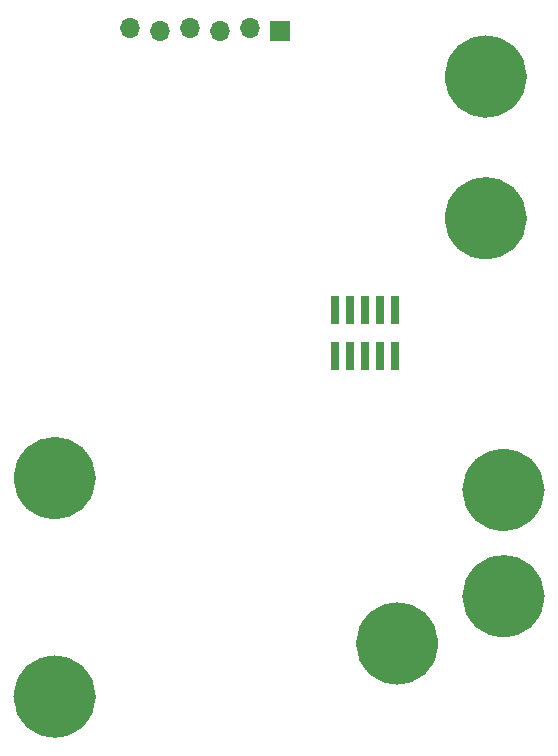
<source format=gbr>
G04 #@! TF.GenerationSoftware,KiCad,Pcbnew,9.0.0*
G04 #@! TF.CreationDate,2025-03-02T22:01:55-06:00*
G04 #@! TF.ProjectId,mobo,6d6f626f-2e6b-4696-9361-645f70636258,rev?*
G04 #@! TF.SameCoordinates,Original*
G04 #@! TF.FileFunction,Soldermask,Bot*
G04 #@! TF.FilePolarity,Negative*
%FSLAX46Y46*%
G04 Gerber Fmt 4.6, Leading zero omitted, Abs format (unit mm)*
G04 Created by KiCad (PCBNEW 9.0.0) date 2025-03-02 22:01:55*
%MOMM*%
%LPD*%
G01*
G04 APERTURE LIST*
%ADD10C,3.500000*%
%ADD11R,1.700000X1.700000*%
%ADD12O,1.700000X1.700000*%
%ADD13R,0.740000X2.400000*%
G04 APERTURE END LIST*
D10*
X111050000Y-69800000D02*
G75*
G02*
X107550000Y-69800000I-1750000J0D01*
G01*
X107550000Y-69800000D02*
G75*
G02*
X111050000Y-69800000I1750000J0D01*
G01*
X147550000Y-47800000D02*
G75*
G02*
X144050000Y-47800000I-1750000J0D01*
G01*
X144050000Y-47800000D02*
G75*
G02*
X147550000Y-47800000I1750000J0D01*
G01*
X111050000Y-88300000D02*
G75*
G02*
X107550000Y-88300000I-1750000J0D01*
G01*
X107550000Y-88300000D02*
G75*
G02*
X111050000Y-88300000I1750000J0D01*
G01*
X147550000Y-35800000D02*
G75*
G02*
X144050000Y-35800000I-1750000J0D01*
G01*
X144050000Y-35800000D02*
G75*
G02*
X147550000Y-35800000I1750000J0D01*
G01*
X149050000Y-79800000D02*
G75*
G02*
X145550000Y-79800000I-1750000J0D01*
G01*
X145550000Y-79800000D02*
G75*
G02*
X149050000Y-79800000I1750000J0D01*
G01*
X140050000Y-83800000D02*
G75*
G02*
X136550000Y-83800000I-1750000J0D01*
G01*
X136550000Y-83800000D02*
G75*
G02*
X140050000Y-83800000I1750000J0D01*
G01*
X149050000Y-70800000D02*
G75*
G02*
X145550000Y-70800000I-1750000J0D01*
G01*
X145550000Y-70800000D02*
G75*
G02*
X149050000Y-70800000I1750000J0D01*
G01*
D11*
X128400000Y-31950000D03*
D12*
X125860000Y-31650000D03*
X123320000Y-31950000D03*
X120780000Y-31650000D03*
X118240000Y-31950000D03*
X115700000Y-31650000D03*
D13*
X138140000Y-59450000D03*
X138140000Y-55550000D03*
X136870000Y-59450000D03*
X136870000Y-55550000D03*
X135600000Y-59450000D03*
X135600000Y-55550000D03*
X134330000Y-59450000D03*
X134330000Y-55550000D03*
X133060000Y-59450000D03*
X133060000Y-55550000D03*
M02*

</source>
